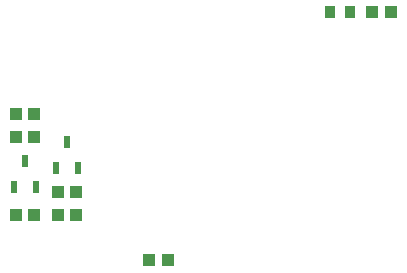
<source format=gtp>
G04 Layer: TopPasteMaskLayer*
G04 Panelize: , Column: 2, Row: 2, Board Size: 127.89mm x 58.42mm, Panelized Board Size: 257.78mm x 118.84mm*
G04 EasyEDA v6.5.34, 2023-09-07 21:57:30*
G04 74dac189c7254be0b42c3ceae140a3ac,5a6b42c53f6a479593ecc07194224c93,10*
G04 Gerber Generator version 0.2*
G04 Scale: 100 percent, Rotated: No, Reflected: No *
G04 Dimensions in millimeters *
G04 leading zeros omitted , absolute positions ,4 integer and 5 decimal *
%FSLAX45Y45*%
%MOMM*%

%ADD10R,1.0000X1.1000*%
%ADD11R,0.8999X1.0000*%
%ADD12R,0.5320X1.0375*%

%LPD*%
D10*
G01*
X8073390Y4787900D03*
G01*
X8233384Y4787900D03*
D11*
G01*
X10732592Y5651500D03*
G01*
X10902594Y5651500D03*
D10*
G01*
X11093195Y5651500D03*
G01*
X11253190Y5651500D03*
G01*
X8073390Y4597400D03*
G01*
X8233384Y4597400D03*
G01*
X9203664Y3556000D03*
G01*
X9363684Y3556000D03*
D12*
G01*
X8153374Y4390009D03*
G01*
X8058378Y4169765D03*
G01*
X8248395Y4169765D03*
D10*
G01*
X8073390Y3937000D03*
G01*
X8233384Y3937000D03*
G01*
X8428964Y3937000D03*
G01*
X8588984Y3937000D03*
G01*
X8428964Y4127500D03*
G01*
X8588984Y4127500D03*
D12*
G01*
X8508974Y4555109D03*
G01*
X8413978Y4334865D03*
G01*
X8603970Y4334865D03*
M02*

</source>
